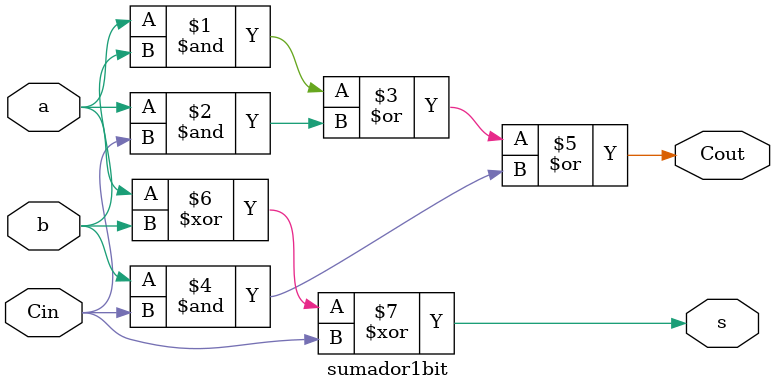
<source format=sv>
module sumador1bit(input logic a, b, Cin,  output logic Cout, s);
assign Cout = (a & b)  | (a & Cin)  | (b & Cin);
assign s  = a ^ b ^ Cin; 
endmodule

</source>
